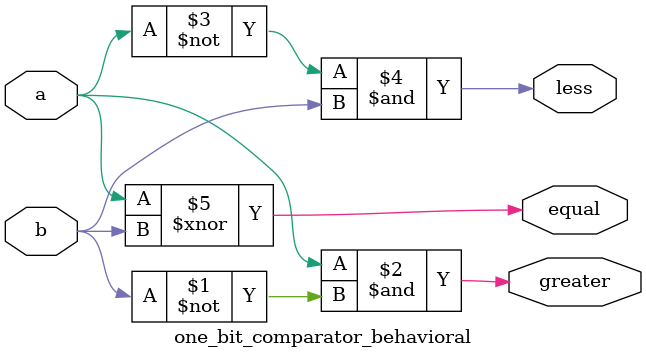
<source format=v>
module one_bit_comparator_behavioral (
    input a,
    input b,
    output greater,
    output less,
    output equal
);
    assign greater = (a & ~b); // TODO
    assign less = (~a & b ); // TODO
    assign equal = (a ~^ b); // TODO
endmodule

</source>
